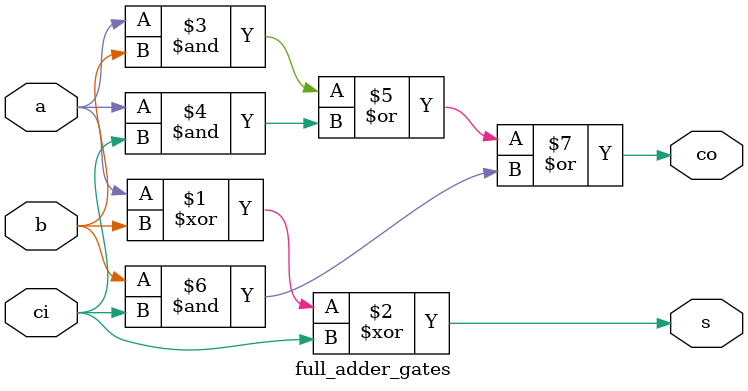
<source format=v>
`timescale 1ns / 1ps


module full_adder_gates(
    input a,
    input b,
    input ci,
    output co,
    output s
    );
    assign s = (a ^ b) ^ ci;
    assign co = ((a & b) | (a & ci)) | (b & ci);
endmodule

</source>
